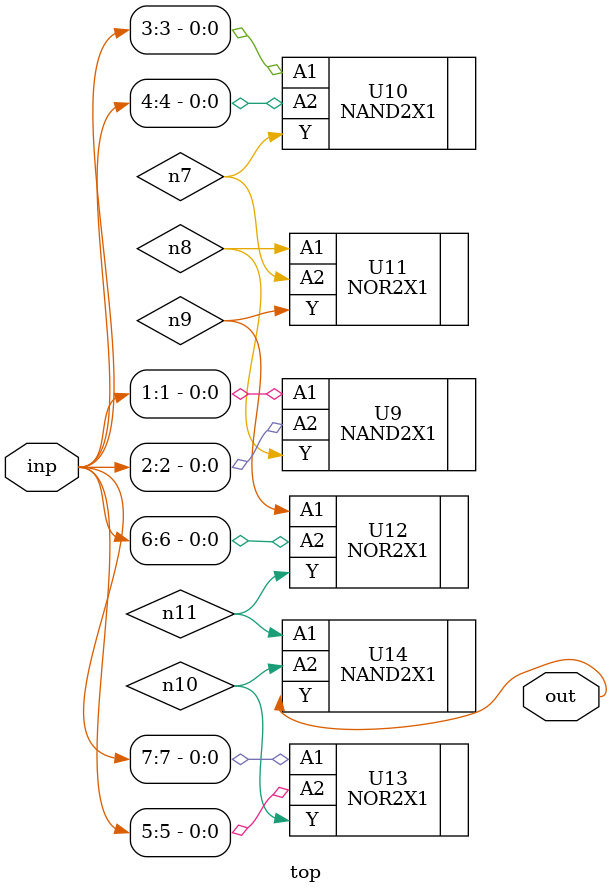
<source format=sv>


module top ( inp, out );
  input [7:0] inp;
  output out;
  wire   n7, n8, n9, n10, n11;

  NAND2X1 U9 ( .A1(inp[1]), .A2(inp[2]), .Y(n8) );
  NAND2X1 U10 ( .A1(inp[3]), .A2(inp[4]), .Y(n7) );
  NOR2X1 U11 ( .A1(n8), .A2(n7), .Y(n9) );
  NOR2X1 U12 ( .A1(n9), .A2(inp[6]), .Y(n11) );
  NOR2X1 U13 ( .A1(inp[7]), .A2(inp[5]), .Y(n10) );
  NAND2X1 U14 ( .A1(n11), .A2(n10), .Y(out) );
endmodule


</source>
